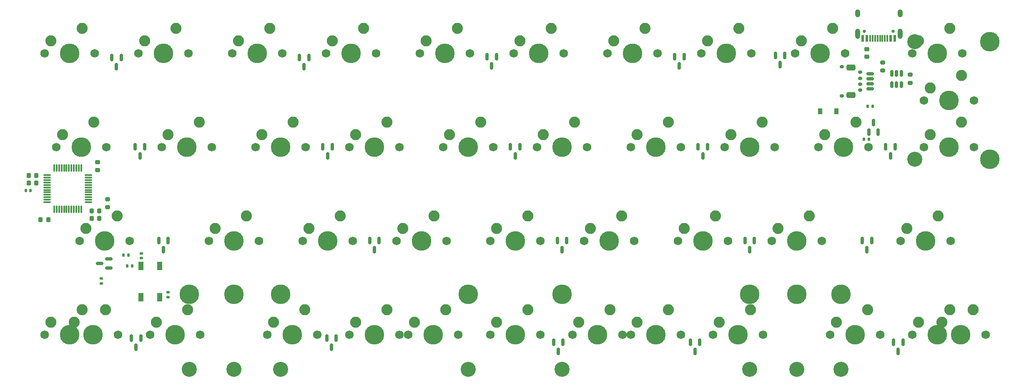
<source format=gbr>
%TF.GenerationSoftware,KiCad,Pcbnew,(6.0.10-0)*%
%TF.CreationDate,2023-01-05T17:16:11+09:00*%
%TF.ProjectId,Tiny Dimply Qazy,54696e79-2044-4696-9d70-6c792051617a,rev?*%
%TF.SameCoordinates,Original*%
%TF.FileFunction,Soldermask,Bot*%
%TF.FilePolarity,Negative*%
%FSLAX46Y46*%
G04 Gerber Fmt 4.6, Leading zero omitted, Abs format (unit mm)*
G04 Created by KiCad (PCBNEW (6.0.10-0)) date 2023-01-05 17:16:11*
%MOMM*%
%LPD*%
G01*
G04 APERTURE LIST*
G04 Aperture macros list*
%AMRoundRect*
0 Rectangle with rounded corners*
0 $1 Rounding radius*
0 $2 $3 $4 $5 $6 $7 $8 $9 X,Y pos of 4 corners*
0 Add a 4 corners polygon primitive as box body*
4,1,4,$2,$3,$4,$5,$6,$7,$8,$9,$2,$3,0*
0 Add four circle primitives for the rounded corners*
1,1,$1+$1,$2,$3*
1,1,$1+$1,$4,$5*
1,1,$1+$1,$6,$7*
1,1,$1+$1,$8,$9*
0 Add four rect primitives between the rounded corners*
20,1,$1+$1,$2,$3,$4,$5,0*
20,1,$1+$1,$4,$5,$6,$7,0*
20,1,$1+$1,$6,$7,$8,$9,0*
20,1,$1+$1,$8,$9,$2,$3,0*%
G04 Aperture macros list end*
%ADD10C,1.750000*%
%ADD11C,3.987800*%
%ADD12C,2.250000*%
%ADD13C,3.048000*%
%ADD14RoundRect,0.225000X0.225000X0.250000X-0.225000X0.250000X-0.225000X-0.250000X0.225000X-0.250000X0*%
%ADD15RoundRect,0.150000X-0.150000X0.587500X-0.150000X-0.587500X0.150000X-0.587500X0.150000X0.587500X0*%
%ADD16RoundRect,0.150000X0.625000X-0.150000X0.625000X0.150000X-0.625000X0.150000X-0.625000X-0.150000X0*%
%ADD17RoundRect,0.250000X0.650000X-0.350000X0.650000X0.350000X-0.650000X0.350000X-0.650000X-0.350000X0*%
%ADD18RoundRect,0.135000X0.135000X0.185000X-0.135000X0.185000X-0.135000X-0.185000X0.135000X-0.185000X0*%
%ADD19RoundRect,0.150000X0.150000X-0.512500X0.150000X0.512500X-0.150000X0.512500X-0.150000X-0.512500X0*%
%ADD20RoundRect,0.200000X0.275000X-0.200000X0.275000X0.200000X-0.275000X0.200000X-0.275000X-0.200000X0*%
%ADD21RoundRect,0.140000X0.140000X0.170000X-0.140000X0.170000X-0.140000X-0.170000X0.140000X-0.170000X0*%
%ADD22RoundRect,0.200000X-0.275000X0.200000X-0.275000X-0.200000X0.275000X-0.200000X0.275000X0.200000X0*%
%ADD23RoundRect,0.150000X0.275000X-0.150000X0.275000X0.150000X-0.275000X0.150000X-0.275000X-0.150000X0*%
%ADD24RoundRect,0.175000X0.225000X-0.175000X0.225000X0.175000X-0.225000X0.175000X-0.225000X-0.175000X0*%
%ADD25RoundRect,0.225000X-0.250000X0.225000X-0.250000X-0.225000X0.250000X-0.225000X0.250000X0.225000X0*%
%ADD26RoundRect,0.150000X0.150000X-0.587500X0.150000X0.587500X-0.150000X0.587500X-0.150000X-0.587500X0*%
%ADD27R,1.000000X1.700000*%
%ADD28RoundRect,0.150000X0.587500X0.150000X-0.587500X0.150000X-0.587500X-0.150000X0.587500X-0.150000X0*%
%ADD29RoundRect,0.218750X0.256250X-0.218750X0.256250X0.218750X-0.256250X0.218750X-0.256250X-0.218750X0*%
%ADD30RoundRect,0.135000X0.185000X-0.135000X0.185000X0.135000X-0.185000X0.135000X-0.185000X-0.135000X0*%
%ADD31RoundRect,0.140000X0.170000X-0.140000X0.170000X0.140000X-0.170000X0.140000X-0.170000X-0.140000X0*%
%ADD32RoundRect,0.075000X-0.662500X-0.075000X0.662500X-0.075000X0.662500X0.075000X-0.662500X0.075000X0*%
%ADD33RoundRect,0.075000X-0.075000X-0.662500X0.075000X-0.662500X0.075000X0.662500X-0.075000X0.662500X0*%
%ADD34C,0.650000*%
%ADD35R,0.600000X1.450000*%
%ADD36R,0.300000X1.450000*%
%ADD37O,1.000000X2.100000*%
%ADD38O,1.000000X1.600000*%
%ADD39RoundRect,0.140000X-0.170000X0.140000X-0.170000X-0.140000X0.170000X-0.140000X0.170000X0.140000X0*%
%ADD40RoundRect,0.140000X-0.140000X-0.170000X0.140000X-0.170000X0.140000X0.170000X-0.140000X0.170000X0*%
%ADD41R,0.900000X1.200000*%
G04 APERTURE END LIST*
D10*
%TO.C,MX22*%
X135255000Y-84137500D03*
X125095000Y-84137500D03*
D11*
X130175000Y-84137500D03*
D12*
X126365000Y-81597500D03*
X132715000Y-79057500D03*
%TD*%
D11*
%TO.C,MX39*%
X225425000Y-122237500D03*
D10*
X230505000Y-122237500D03*
X220345000Y-122237500D03*
D12*
X221615000Y-119697500D03*
X227965000Y-117157500D03*
%TD*%
D10*
%TO.C,MX33*%
X177482500Y-65087500D03*
X187642500Y-65087500D03*
D11*
X182562500Y-65087500D03*
D12*
X178752500Y-62547500D03*
X185102500Y-60007500D03*
%TD*%
D10*
%TO.C,MX20*%
X144780000Y-122237500D03*
D11*
X92075000Y-113982500D03*
X139700000Y-122237500D03*
D13*
X187325000Y-129222500D03*
D11*
X187325000Y-113982500D03*
D10*
X134620000Y-122237500D03*
D13*
X92075000Y-129222500D03*
D12*
X135890000Y-119697500D03*
X142240000Y-117157500D03*
%TD*%
D10*
%TO.C,MX29*%
X168592500Y-65087500D03*
X158432500Y-65087500D03*
D11*
X163512500Y-65087500D03*
D12*
X159702500Y-62547500D03*
X166052500Y-60007500D03*
%TD*%
D10*
%TO.C,MX25*%
X161448750Y-122237500D03*
X151288750Y-122237500D03*
D11*
X156368750Y-122237500D03*
D12*
X152558750Y-119697500D03*
X158908750Y-117157500D03*
%TD*%
D10*
%TO.C,MX23*%
X144780000Y-103187500D03*
D11*
X139700000Y-103187500D03*
D10*
X134620000Y-103187500D03*
D12*
X135890000Y-100647500D03*
X142240000Y-98107500D03*
%TD*%
D10*
%TO.C,MX43*%
X222726250Y-84137500D03*
X232886250Y-84137500D03*
D11*
X227806250Y-84137500D03*
D12*
X223996250Y-81597500D03*
X230346250Y-79057500D03*
%TD*%
D10*
%TO.C,MX1*%
X48895000Y-122237500D03*
D11*
X53975000Y-122237500D03*
D10*
X59055000Y-122237500D03*
D12*
X50165000Y-119697500D03*
X56515000Y-117157500D03*
%TD*%
D10*
%TO.C,MX6*%
X63182500Y-65087500D03*
X73342500Y-65087500D03*
D11*
X68262500Y-65087500D03*
D12*
X64452500Y-62547500D03*
X70802500Y-60007500D03*
%TD*%
D10*
%TO.C,MX3*%
X54292500Y-65087500D03*
D11*
X49212500Y-65087500D03*
D10*
X44132500Y-65087500D03*
D12*
X45402500Y-62547500D03*
X51752500Y-60007500D03*
%TD*%
D10*
%TO.C,MX31*%
X172720000Y-103187500D03*
X182880000Y-103187500D03*
D11*
X177800000Y-103187500D03*
D12*
X173990000Y-100647500D03*
X180340000Y-98107500D03*
%TD*%
D11*
%TO.C,MX14*%
X92075000Y-113982500D03*
X111125000Y-122237500D03*
D13*
X130175000Y-129222500D03*
D10*
X116205000Y-122237500D03*
D11*
X130175000Y-113982500D03*
D13*
X92075000Y-129222500D03*
D10*
X106045000Y-122237500D03*
D12*
X107315000Y-119697500D03*
X113665000Y-117157500D03*
%TD*%
D10*
%TO.C,MX40*%
X225107500Y-122237500D03*
D11*
X230187500Y-122237500D03*
D10*
X235267500Y-122237500D03*
D12*
X226377500Y-119697500D03*
X232727500Y-117157500D03*
%TD*%
D10*
%TO.C,MX5*%
X51276250Y-103187500D03*
D11*
X56356250Y-103187500D03*
D10*
X61436250Y-103187500D03*
D12*
X52546250Y-100647500D03*
X58896250Y-98107500D03*
%TD*%
D11*
%TO.C,MX24*%
X149225000Y-113982500D03*
X187325000Y-113982500D03*
D10*
X163195000Y-122237500D03*
D13*
X187325000Y-129222500D03*
X149225000Y-129222500D03*
D11*
X168275000Y-122237500D03*
D10*
X173355000Y-122237500D03*
D12*
X164465000Y-119697500D03*
X170815000Y-117157500D03*
%TD*%
D11*
%TO.C,MX9*%
X70643750Y-122237500D03*
D10*
X75723750Y-122237500D03*
X65563750Y-122237500D03*
D12*
X66833750Y-119697500D03*
X73183750Y-117157500D03*
%TD*%
D10*
%TO.C,MX37*%
X196532500Y-65087500D03*
D11*
X201612500Y-65087500D03*
D10*
X206692500Y-65087500D03*
D12*
X197802500Y-62547500D03*
X204152500Y-60007500D03*
%TD*%
D13*
%TO.C,MX19*%
X196850000Y-129222500D03*
D11*
X82550000Y-113982500D03*
X196850000Y-113982500D03*
D13*
X73525000Y-129222500D03*
D10*
X144780000Y-122237500D03*
D11*
X73525000Y-113982500D03*
D13*
X205875000Y-129222500D03*
D10*
X134620000Y-122237500D03*
D13*
X82550000Y-129222500D03*
D11*
X205875000Y-113982500D03*
X139700000Y-122237500D03*
D12*
X135890000Y-119697500D03*
X142240000Y-117157500D03*
%TD*%
D11*
%TO.C,MX16*%
X106362500Y-65087500D03*
D10*
X111442500Y-65087500D03*
X101282500Y-65087500D03*
D12*
X102552500Y-62547500D03*
X108902500Y-60007500D03*
%TD*%
D10*
%TO.C,MX38*%
X211455000Y-84137500D03*
X201295000Y-84137500D03*
D11*
X206375000Y-84137500D03*
D12*
X202565000Y-81597500D03*
X208915000Y-79057500D03*
%TD*%
D10*
%TO.C,MX17*%
X106045000Y-84137500D03*
D11*
X111125000Y-84137500D03*
D10*
X116205000Y-84137500D03*
D12*
X107315000Y-81597500D03*
X113665000Y-79057500D03*
%TD*%
D11*
%TO.C,MX12*%
X101600000Y-103187500D03*
D10*
X106680000Y-103187500D03*
X96520000Y-103187500D03*
D12*
X97790000Y-100647500D03*
X104140000Y-98107500D03*
%TD*%
D10*
%TO.C,MX34*%
X182245000Y-84137500D03*
D11*
X187325000Y-84137500D03*
D10*
X192405000Y-84137500D03*
D12*
X183515000Y-81597500D03*
X189865000Y-79057500D03*
%TD*%
D11*
%TO.C,MX36*%
X208756250Y-122237500D03*
D10*
X203676250Y-122237500D03*
X213836250Y-122237500D03*
D12*
X204946250Y-119697500D03*
X211296250Y-117157500D03*
%TD*%
D10*
%TO.C,MX30*%
X173355000Y-84137500D03*
D11*
X168275000Y-84137500D03*
D10*
X163195000Y-84137500D03*
D12*
X164465000Y-81597500D03*
X170815000Y-79057500D03*
%TD*%
D10*
%TO.C,MX41*%
X230505000Y-65087500D03*
X220345000Y-65087500D03*
D11*
X225425000Y-65087500D03*
D12*
X221615000Y-62547500D03*
X227965000Y-60007500D03*
%TD*%
D10*
%TO.C,MX11*%
X86995000Y-84137500D03*
X97155000Y-84137500D03*
D11*
X92075000Y-84137500D03*
D12*
X88265000Y-81597500D03*
X94615000Y-79057500D03*
%TD*%
D10*
%TO.C,MX13*%
X89376250Y-122237500D03*
X99536250Y-122237500D03*
D11*
X94456250Y-122237500D03*
D12*
X90646250Y-119697500D03*
X96996250Y-117157500D03*
%TD*%
D10*
%TO.C,MX15*%
X128111250Y-122237500D03*
X117951250Y-122237500D03*
D11*
X123031250Y-122237500D03*
D12*
X119221250Y-119697500D03*
X125571250Y-117157500D03*
%TD*%
D10*
%TO.C,MX28*%
X163830000Y-103187500D03*
X153670000Y-103187500D03*
D11*
X158750000Y-103187500D03*
D12*
X154940000Y-100647500D03*
X161290000Y-98107500D03*
%TD*%
D11*
%TO.C,MX21*%
X125412500Y-65087500D03*
D10*
X130492500Y-65087500D03*
X120332500Y-65087500D03*
D12*
X121602500Y-62547500D03*
X127952500Y-60007500D03*
%TD*%
D10*
%TO.C,MX35*%
X191770000Y-103187500D03*
X201930000Y-103187500D03*
D11*
X196850000Y-103187500D03*
D12*
X193040000Y-100647500D03*
X199390000Y-98107500D03*
%TD*%
D10*
%TO.C,MX2*%
X44132500Y-122237500D03*
D11*
X49212500Y-122237500D03*
D10*
X54292500Y-122237500D03*
D12*
X45402500Y-119697500D03*
X51752500Y-117157500D03*
%TD*%
D10*
%TO.C,MX7*%
X78105000Y-84137500D03*
X67945000Y-84137500D03*
D11*
X73025000Y-84137500D03*
D12*
X69215000Y-81597500D03*
X75565000Y-79057500D03*
%TD*%
D10*
%TO.C,MX44*%
X217963750Y-103187500D03*
D11*
X223043750Y-103187500D03*
D10*
X228123750Y-103187500D03*
D12*
X219233750Y-100647500D03*
X225583750Y-98107500D03*
%TD*%
D11*
%TO.C,MX42*%
X236061250Y-62674500D03*
D13*
X220821250Y-86550500D03*
D10*
X232886250Y-74612500D03*
D11*
X227806250Y-74612500D03*
D10*
X222726250Y-74612500D03*
D13*
X220821250Y-62674500D03*
D11*
X236061250Y-86550500D03*
D12*
X223996250Y-72072500D03*
X230346250Y-69532500D03*
%TD*%
D10*
%TO.C,MX32*%
X179863750Y-122237500D03*
X190023750Y-122237500D03*
D11*
X184943750Y-122237500D03*
D12*
X181133750Y-119697500D03*
X187483750Y-117157500D03*
%TD*%
D11*
%TO.C,MX18*%
X120650000Y-103187500D03*
D10*
X115570000Y-103187500D03*
X125730000Y-103187500D03*
D12*
X116840000Y-100647500D03*
X123190000Y-98107500D03*
%TD*%
D11*
%TO.C,MX10*%
X87312500Y-65087500D03*
D10*
X82232500Y-65087500D03*
X92392500Y-65087500D03*
D12*
X83502500Y-62547500D03*
X89852500Y-60007500D03*
%TD*%
D10*
%TO.C,MX8*%
X87630000Y-103187500D03*
X77470000Y-103187500D03*
D11*
X82550000Y-103187500D03*
D12*
X78740000Y-100647500D03*
X85090000Y-98107500D03*
%TD*%
D11*
%TO.C,MX4*%
X51593750Y-84137500D03*
D10*
X56673750Y-84137500D03*
X46513750Y-84137500D03*
D12*
X47783750Y-81597500D03*
X54133750Y-79057500D03*
%TD*%
D11*
%TO.C,MX26*%
X144462500Y-65087500D03*
D10*
X139382500Y-65087500D03*
X149542500Y-65087500D03*
D12*
X140652500Y-62547500D03*
X147002500Y-60007500D03*
%TD*%
D10*
%TO.C,MX27*%
X154305000Y-84137500D03*
D11*
X149225000Y-84137500D03*
D10*
X144145000Y-84137500D03*
D12*
X145415000Y-81597500D03*
X151765000Y-79057500D03*
%TD*%
D14*
%TO.C,C_VDDIO1*%
X55235000Y-97070000D03*
X53685000Y-97070000D03*
%TD*%
D15*
%TO.C,D13*%
X175262500Y-123681250D03*
X177162500Y-123681250D03*
X176212500Y-125556250D03*
%TD*%
D16*
%TO.C,J1*%
X211763500Y-72236500D03*
X211763500Y-71236500D03*
X211763500Y-70236500D03*
X211763500Y-69236500D03*
D17*
X207888500Y-67936500D03*
X207888500Y-73536500D03*
%TD*%
D15*
%TO.C,D7*%
X110175000Y-103043750D03*
X112075000Y-103043750D03*
X111125000Y-104918750D03*
%TD*%
%TO.C,D3*%
X67312500Y-103043750D03*
X69212500Y-103043750D03*
X68262500Y-104918750D03*
%TD*%
D18*
%TO.C,R2*%
X61190000Y-106030000D03*
X60170000Y-106030000D03*
%TD*%
D19*
%TO.C,U3*%
X218100000Y-71362500D03*
X217150000Y-71362500D03*
X216200000Y-71362500D03*
X216200000Y-69087500D03*
X217150000Y-69087500D03*
X218100000Y-69087500D03*
%TD*%
D14*
%TO.C,C_VDDA1*%
X42465000Y-89860000D03*
X40915000Y-89860000D03*
%TD*%
D20*
%TO.C,R_USB1*%
X56890000Y-96305000D03*
X56890000Y-94655000D03*
%TD*%
D15*
%TO.C,D16*%
X186375000Y-103043750D03*
X188275000Y-103043750D03*
X187325000Y-104918750D03*
%TD*%
%TO.C,D9*%
X147481250Y-123681250D03*
X149381250Y-123681250D03*
X148431250Y-125556250D03*
%TD*%
D21*
%TO.C,C3*%
X212255000Y-75800000D03*
X211295000Y-75800000D03*
%TD*%
D14*
%TO.C,C_VDDA2*%
X42450000Y-91370000D03*
X40900000Y-91370000D03*
%TD*%
%TO.C,C_VDDIO2*%
X55240000Y-98560000D03*
X53690000Y-98560000D03*
%TD*%
D15*
%TO.C,D1*%
X57787500Y-65881250D03*
X59687500Y-65881250D03*
X58737500Y-67756250D03*
%TD*%
%TO.C,D8*%
X101443750Y-122887500D03*
X103343750Y-122887500D03*
X102393750Y-124762500D03*
%TD*%
%TO.C,D2*%
X62550000Y-83993750D03*
X64450000Y-83993750D03*
X63500000Y-85868750D03*
%TD*%
D22*
%TO.C,R5*%
X219868750Y-69400000D03*
X219868750Y-71050000D03*
%TD*%
D21*
%TO.C,C2*%
X41270000Y-92940000D03*
X40310000Y-92940000D03*
%TD*%
D15*
%TO.C,D6*%
X100650000Y-83993750D03*
X102550000Y-83993750D03*
X101600000Y-85868750D03*
%TD*%
%TO.C,D10*%
X133987500Y-65737500D03*
X135887500Y-65737500D03*
X134937500Y-67612500D03*
%TD*%
%TO.C,D5*%
X95887500Y-65881250D03*
X97787500Y-65881250D03*
X96837500Y-67756250D03*
%TD*%
D23*
%TO.C,J3*%
X209775000Y-72500000D03*
X209775000Y-71300000D03*
X209775000Y-70100000D03*
X209775000Y-68900000D03*
D24*
X206000000Y-73650000D03*
X206000000Y-67750000D03*
%TD*%
D15*
%TO.C,D18*%
X192540000Y-65502500D03*
X194440000Y-65502500D03*
X193490000Y-67377500D03*
%TD*%
D25*
%TO.C,C_VDD1*%
X54910000Y-87185000D03*
X54910000Y-88735000D03*
%TD*%
D26*
%TO.C,U2*%
X213400000Y-81012500D03*
X211500000Y-81012500D03*
X212450000Y-79137500D03*
%TD*%
D27*
%TO.C,SW1*%
X67530000Y-108270000D03*
X67530000Y-114570000D03*
X63730000Y-114570000D03*
X63730000Y-108270000D03*
%TD*%
D15*
%TO.C,D19*%
X214950000Y-83993750D03*
X216850000Y-83993750D03*
X215900000Y-85868750D03*
%TD*%
D14*
%TO.C,C_VDD2*%
X44860000Y-98810000D03*
X43310000Y-98810000D03*
%TD*%
D15*
%TO.C,D4*%
X61756250Y-122887500D03*
X63656250Y-122887500D03*
X62706250Y-124762500D03*
%TD*%
D28*
%TO.C,Q1*%
X57185000Y-106790000D03*
X57185000Y-108690000D03*
X55310000Y-107740000D03*
%TD*%
D15*
%TO.C,D12*%
X148275000Y-103043750D03*
X150175000Y-103043750D03*
X149225000Y-104918750D03*
%TD*%
D22*
%TO.C,R4*%
X214325000Y-66890000D03*
X214325000Y-68540000D03*
%TD*%
D29*
%TO.C,F1*%
X211075000Y-65762500D03*
X211075000Y-64187500D03*
%TD*%
D15*
%TO.C,D14*%
X172087500Y-65737500D03*
X173987500Y-65737500D03*
X173037500Y-67612500D03*
%TD*%
D30*
%TO.C,R3*%
X69240000Y-114570000D03*
X69240000Y-113550000D03*
%TD*%
D15*
%TO.C,D15*%
X176850000Y-83993750D03*
X178750000Y-83993750D03*
X177800000Y-85868750D03*
%TD*%
D31*
%TO.C,C2*%
X55650000Y-111770000D03*
X55650000Y-110810000D03*
%TD*%
D15*
%TO.C,D11*%
X138750000Y-83993750D03*
X140650000Y-83993750D03*
X139700000Y-85868750D03*
%TD*%
D18*
%TO.C,R1*%
X61960000Y-108270000D03*
X60940000Y-108270000D03*
%TD*%
D32*
%TO.C,U1*%
X44667500Y-95280000D03*
X44667500Y-94780000D03*
X44667500Y-94280000D03*
X44667500Y-93780000D03*
X44667500Y-93280000D03*
X44667500Y-92780000D03*
X44667500Y-92280000D03*
X44667500Y-91780000D03*
X44667500Y-91280000D03*
X44667500Y-90780000D03*
X44667500Y-90280000D03*
X44667500Y-89780000D03*
D33*
X46080000Y-88367500D03*
X46580000Y-88367500D03*
X47080000Y-88367500D03*
X47580000Y-88367500D03*
X48080000Y-88367500D03*
X48580000Y-88367500D03*
X49080000Y-88367500D03*
X49580000Y-88367500D03*
X50080000Y-88367500D03*
X50580000Y-88367500D03*
X51080000Y-88367500D03*
X51580000Y-88367500D03*
D32*
X52992500Y-89780000D03*
X52992500Y-90280000D03*
X52992500Y-90780000D03*
X52992500Y-91280000D03*
X52992500Y-91780000D03*
X52992500Y-92280000D03*
X52992500Y-92780000D03*
X52992500Y-93280000D03*
X52992500Y-93780000D03*
X52992500Y-94280000D03*
X52992500Y-94780000D03*
X52992500Y-95280000D03*
D33*
X51580000Y-96692500D03*
X51080000Y-96692500D03*
X50580000Y-96692500D03*
X50080000Y-96692500D03*
X49580000Y-96692500D03*
X49080000Y-96692500D03*
X48580000Y-96692500D03*
X48080000Y-96692500D03*
X47580000Y-96692500D03*
X47080000Y-96692500D03*
X46580000Y-96692500D03*
X46080000Y-96692500D03*
%TD*%
D34*
%TO.C,J2*%
X216408750Y-60543750D03*
X210628750Y-60543750D03*
D35*
X210268750Y-61988750D03*
X211068750Y-61988750D03*
D36*
X212268750Y-61988750D03*
X213268750Y-61988750D03*
X213768750Y-61988750D03*
X214768750Y-61988750D03*
D35*
X215968750Y-61988750D03*
X216768750Y-61988750D03*
X216768750Y-61988750D03*
X215968750Y-61988750D03*
D36*
X215268750Y-61988750D03*
X214268750Y-61988750D03*
X212768750Y-61988750D03*
X211768750Y-61988750D03*
D35*
X211068750Y-61988750D03*
X210268750Y-61988750D03*
D37*
X217838750Y-61073750D03*
D38*
X209198750Y-56893750D03*
D37*
X209198750Y-61073750D03*
D38*
X217838750Y-56893750D03*
%TD*%
D15*
%TO.C,D17*%
X216537500Y-123681250D03*
X218437500Y-123681250D03*
X217487500Y-125556250D03*
%TD*%
D39*
%TO.C,C1*%
X63740000Y-105670000D03*
X63740000Y-106630000D03*
%TD*%
D40*
%TO.C,C4*%
X210540000Y-82500000D03*
X211500000Y-82500000D03*
%TD*%
D15*
%TO.C,D20*%
X210187500Y-103043750D03*
X212087500Y-103043750D03*
X211137500Y-104918750D03*
%TD*%
D41*
%TO.C,D_PWR1*%
X204930000Y-76850000D03*
X201630000Y-76850000D03*
%TD*%
M02*

</source>
